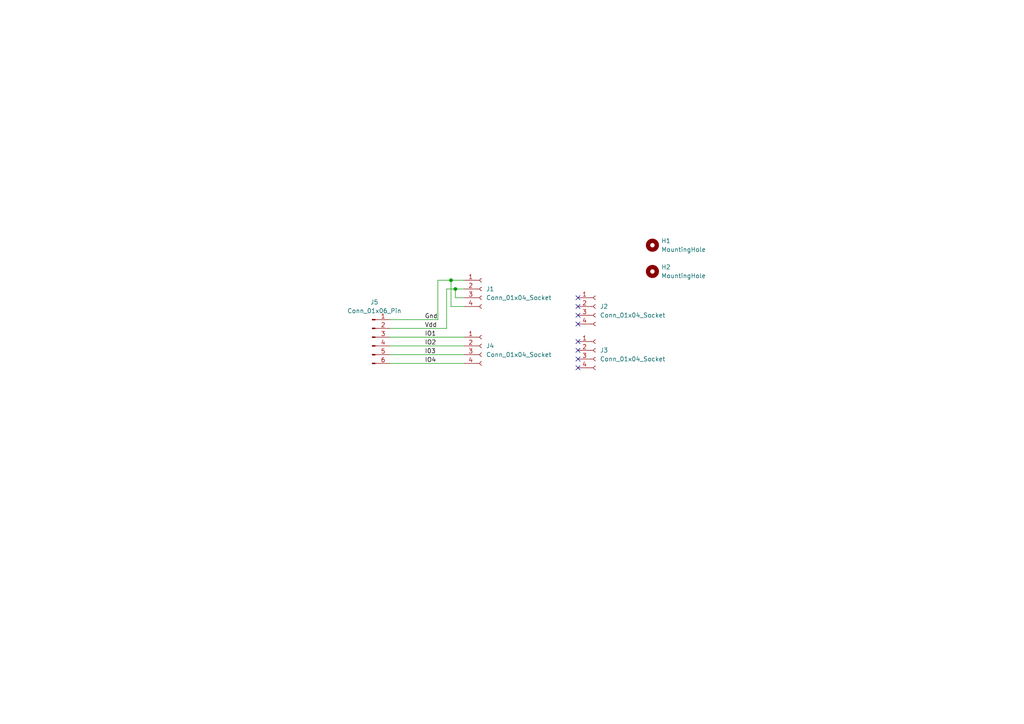
<source format=kicad_sch>
(kicad_sch (version 20250114) (generator "eeschema") (generator_version "9.0")
  (paper "A4")
  (lib_symbols
    (symbol "Connector:Conn_01x04_Socket" (pin_names (offset 1.016) (hide yes))
      (property "Reference" "J" (at 0 5.08 0))
      (property "Value" "Conn_01x04_Socket" (at 0 -7.62 0))
      (symbol "Conn_01x04_Socket_1_1"
        (polyline (pts (xy -1.27 2.54) (xy -0.508 2.54)) (stroke (width 0.1524)))
        (polyline (pts (xy -1.27 0) (xy -0.508 0)) (stroke (width 0.1524)))
        (polyline (pts (xy -1.27 -2.54) (xy -0.508 -2.54)) (stroke (width 0.1524)))
        (polyline (pts (xy -1.27 -5.08) (xy -0.508 -5.08)) (stroke (width 0.1524)))
        (arc (start 0 2.032) (mid -0.5058 2.54) (end 0 3.048) (stroke (width 0.1524)))
        (arc (start 0 -0.508) (mid -0.5058 0) (end 0 0.508) (stroke (width 0.1524)))
        (arc (start 0 -3.048) (mid -0.5058 -2.54) (end 0 -2.032) (stroke (width 0.1524)))
        (arc (start 0 -5.588) (mid -0.5058 -5.08) (end 0 -4.572) (stroke (width 0.1524)))
        (pin passive line (at -5.08 2.54 0) (length 3.81) (name "Pin_1") (number "1"))
        (pin passive line (at -5.08 0 0) (length 3.81) (name "Pin_2") (number "2"))
        (pin passive line (at -5.08 -2.54 0) (length 3.81) (name "Pin_3") (number "3"))
        (pin passive line (at -5.08 -5.08 0) (length 3.81) (name "Pin_4") (number "4"))
      )
    )
    (symbol "Connector:Conn_01x06_Pin" (pin_names (offset 1.016) (hide yes))
      (property "Reference" "J" (at 0 7.62 0))
      (property "Value" "Conn_01x06_Pin" (at 0 -10.16 0))
      (symbol "Conn_01x06_Pin_1_1"
        (rectangle (start 0.8636 5.207) (end 0 4.953) (stroke (width 0.1524)) (fill (type outline)))
        (rectangle (start 0.8636 2.667) (end 0 2.413) (stroke (width 0.1524)) (fill (type outline)))
        (rectangle (start 0.8636 0.127) (end 0 -0.127) (stroke (width 0.1524)) (fill (type outline)))
        (rectangle (start 0.8636 -2.413) (end 0 -2.667) (stroke (width 0.1524)) (fill (type outline)))
        (rectangle (start 0.8636 -4.953) (end 0 -5.207) (stroke (width 0.1524)) (fill (type outline)))
        (rectangle (start 0.8636 -7.493) (end 0 -7.747) (stroke (width 0.1524)) (fill (type outline)))
        (polyline (pts (xy 1.27 5.08) (xy 0.8636 5.08)) (stroke (width 0.1524)))
        (polyline (pts (xy 1.27 2.54) (xy 0.8636 2.54)) (stroke (width 0.1524)))
        (polyline (pts (xy 1.27 0) (xy 0.8636 0)) (stroke (width 0.1524)))
        (polyline (pts (xy 1.27 -2.54) (xy 0.8636 -2.54)) (stroke (width 0.1524)))
        (polyline (pts (xy 1.27 -5.08) (xy 0.8636 -5.08)) (stroke (width 0.1524)))
        (polyline (pts (xy 1.27 -7.62) (xy 0.8636 -7.62)) (stroke (width 0.1524)))
        (pin passive line (at 5.08 5.08 180) (length 3.81) (name "Pin_1") (number "1"))
        (pin passive line (at 5.08 2.54 180) (length 3.81) (name "Pin_2") (number "2"))
        (pin passive line (at 5.08 0 180) (length 3.81) (name "Pin_3") (number "3"))
        (pin passive line (at 5.08 -2.54 180) (length 3.81) (name "Pin_4") (number "4"))
        (pin passive line (at 5.08 -5.08 180) (length 3.81) (name "Pin_5") (number "5"))
        (pin passive line (at 5.08 -7.62 180) (length 3.81) (name "Pin_6") (number "6"))
      )
    )
    (symbol "Mechanical:MountingHole" (pin_names (offset 1.016)) (in_bom no)
      (property "Reference" "H" (at 0 5.08 0))
      (property "Value" "MountingHole" (at 0 3.175 0))
      (symbol "MountingHole_0_1"
        (circle (center 0 0) (radius 1.27) (stroke (width 1.27)))
      )
    )
  )
  (junction (at 130.81 81.28))
  (junction (at 132.08 83.82))
  (no_connect (at 167.64 99.06))
  (no_connect (at 167.64 86.36))
  (no_connect (at 167.64 106.68))
  (no_connect (at 167.64 101.6))
  (no_connect (at 167.64 93.98))
  (no_connect (at 167.64 88.9))
  (no_connect (at 167.64 104.14))
  (no_connect (at 167.64 91.44))
  (wire (pts (xy 129.54 83.82) (xy 132.08 83.82)))
  (wire (pts (xy 130.81 81.28) (xy 130.81 88.9)))
  (wire (pts (xy 130.81 81.28) (xy 134.62 81.28)))
  (wire (pts (xy 132.08 83.82) (xy 134.62 83.82)))
  (wire (pts (xy 129.54 95.25) (xy 129.54 83.82)))
  (wire (pts (xy 113.03 97.79) (xy 134.62 97.79)))
  (wire (pts (xy 113.03 100.33) (xy 134.62 100.33)))
  (wire (pts (xy 132.08 83.82) (xy 132.08 86.36)))
  (wire (pts (xy 132.08 86.36) (xy 134.62 86.36)))
  (wire (pts (xy 113.03 102.87) (xy 134.62 102.87)))
  (wire (pts (xy 127 81.28) (xy 130.81 81.28)))
  (wire (pts (xy 113.03 92.71) (xy 127 92.71)))
  (wire (pts (xy 113.03 95.25) (xy 129.54 95.25)))
  (wire (pts (xy 113.03 105.41) (xy 134.62 105.41)))
  (wire (pts (xy 130.81 88.9) (xy 134.62 88.9)))
  (wire (pts (xy 127 92.71) (xy 127 81.28)))
  (label "IO4" (at 123.19 105.41 0))
  (label "Vdd" (at 123.19 95.25 0))
  (label "IO1" (at 123.19 97.79 0))
  (label "IO2" (at 123.19 100.33 0))
  (label "I03" (at 123.19 102.87 0))
  (label "Gnd" (at 123.19 92.71 0))
  (symbol (lib_id "Connector:Conn_01x04_Socket") (at 139.7 83.82 0) (unit 1)
    (property "Reference" "J1" (at 140.97 83.8199 0) (effects (justify left)))
    (property "Value" "Conn_01x04_Socket" (at 140.97 86.3599 0) (effects (justify left)))
    (property "Footprint" "Connector_PinHeader_2.54mm:PinHeader_1x04_P2.54mm_Vertical" (effects (hide yes)))
    (property "Description" "Generic connector, single row, 01x04, script generated" (effects (hide yes)))
  )
  (symbol (lib_id "Mechanical:MountingHole") (at 189.23 71.12 0) (unit 1) (in_bom no)
    (property "Reference" "H1" (at 191.77 69.8499 0) (effects (justify left)))
    (property "Value" "MountingHole" (at 191.77 72.3899 0) (effects (justify left)))
    (property "Footprint" "MountingHole:MountingHole_2.2mm_M2" (effects (hide yes)))
    (property "Description" "Mounting Hole without connection" (effects (hide yes)))
  )
  (symbol (lib_id "Connector:Conn_01x04_Socket") (at 172.72 88.9 0) (unit 1)
    (property "Reference" "J2" (at 173.99 88.8999 0) (effects (justify left)))
    (property "Value" "Conn_01x04_Socket" (at 173.99 91.4399 0) (effects (justify left)))
    (property "Footprint" "Connector_PinHeader_2.54mm:PinHeader_1x04_P2.54mm_Vertical" (effects (hide yes)))
    (property "Description" "Generic connector, single row, 01x04, script generated" (effects (hide yes)))
  )
  (symbol (lib_id "Mechanical:MountingHole") (at 189.23 78.74 0) (unit 1) (in_bom no)
    (property "Reference" "H2" (at 191.77 77.4699 0) (effects (justify left)))
    (property "Value" "MountingHole" (at 191.77 80.0099 0) (effects (justify left)))
    (property "Footprint" "MountingHole:MountingHole_2.2mm_M2" (effects (hide yes)))
    (property "Description" "Mounting Hole without connection" (effects (hide yes)))
  )
  (symbol (lib_id "Connector:Conn_01x04_Socket") (at 139.7 100.33 0) (unit 1)
    (property "Reference" "J4" (at 140.97 100.3299 0) (effects (justify left)))
    (property "Value" "Conn_01x04_Socket" (at 140.97 102.8699 0) (effects (justify left)))
    (property "Footprint" "Connector_PinHeader_2.54mm:PinHeader_1x04_P2.54mm_Vertical" (effects (hide yes)))
    (property "Description" "Generic connector, single row, 01x04, script generated" (effects (hide yes)))
  )
  (symbol (lib_id "Connector:Conn_01x04_Socket") (at 172.72 101.6 0) (unit 1)
    (property "Reference" "J3" (at 173.99 101.5999 0) (effects (justify left)))
    (property "Value" "Conn_01x04_Socket" (at 173.99 104.1399 0) (effects (justify left)))
    (property "Footprint" "Connector_PinHeader_2.54mm:PinHeader_1x04_P2.54mm_Vertical" (effects (hide yes)))
    (property "Description" "Generic connector, single row, 01x04, script generated" (effects (hide yes)))
  )
  (symbol (lib_id "Connector:Conn_01x06_Pin") (at 107.95 97.79 0) (unit 1)
    (property "Reference" "J5" (at 108.585 87.63 0))
    (property "Value" "Conn_01x06_Pin" (at 108.585 90.17 0))
    (property "Footprint" "Connector_PinHeader_2.54mm:PinHeader_1x06_P2.54mm_Vertical" (effects (hide yes)))
    (property "Description" "Generic connector, single row, 01x06, script generated" (effects (hide yes)))
  )
)
</source>
